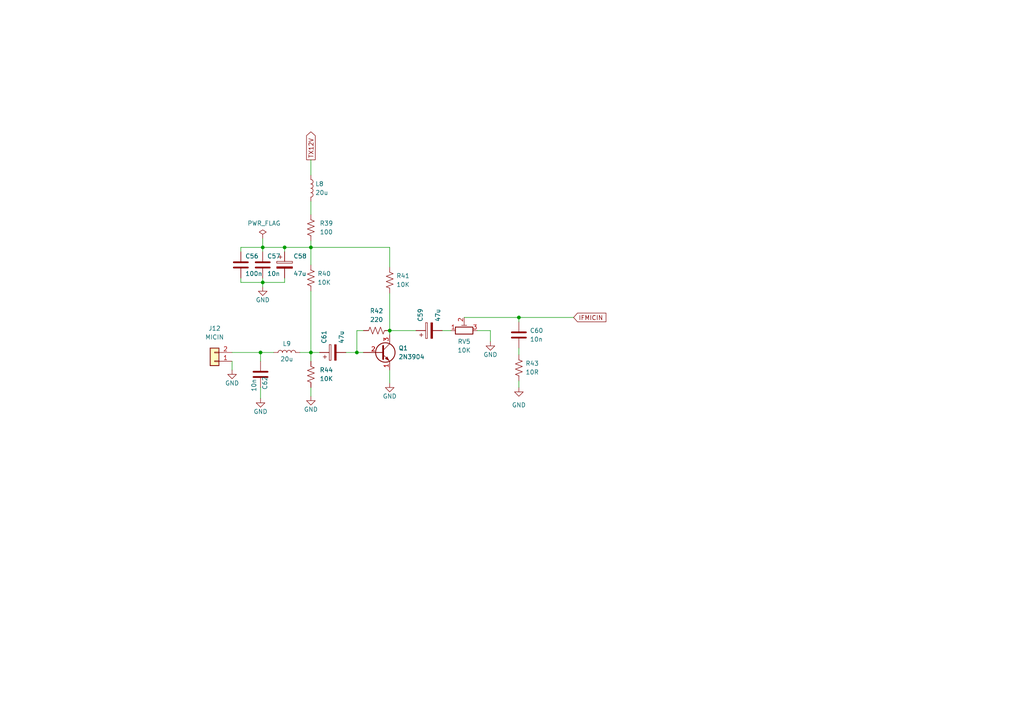
<source format=kicad_sch>
(kicad_sch (version 20211123) (generator eeschema)
  (paper "A4")
  (lib_symbols
    (symbol "Connector_Generic:Conn_01x02" (pin_names (offset 1.016) hide)
      (property "Reference" "J" (at 0 2.54 0))
      (property "Value" "Conn_01x02" (at 0 -5.08 0))
      (symbol "Conn_01x02_1_1"
        (rectangle (start -1.27 -2.413) (end 0 -2.667) (stroke (width 0.1524)))
        (rectangle (start -1.27 0.127) (end 0 -0.127) (stroke (width 0.1524)))
        (rectangle (start -1.27 1.27) (end 1.27 -3.81) (stroke (width 0.254)) (fill (type background)))
        (pin passive line (at -5.08 0 0) (length 3.81) (name "Pin_1") (number "1"))
        (pin passive line (at -5.08 -2.54 0) (length 3.81) (name "Pin_2") (number "2"))
      )
    )
    (symbol "Device:C" (pin_numbers hide) (pin_names (offset 0.254))
      (property "Reference" "C" (at 0.635 2.54 0))
      (property "Value" "C" (at 0.635 -2.54 0))
      (symbol "C_0_1"
        (polyline (pts (xy -2.032 -0.762) (xy 2.032 -0.762)) (stroke (width 0.508)))
        (polyline (pts (xy -2.032 0.762) (xy 2.032 0.762)) (stroke (width 0.508)))
      )
      (symbol "C_1_1"
        (pin passive line (at 0 3.81 270) (length 2.794) (name "~") (number "1"))
        (pin passive line (at 0 -3.81 90) (length 2.794) (name "~") (number "2"))
      )
    )
    (symbol "Device:C_Polarized" (pin_numbers hide) (pin_names (offset 0.254))
      (property "Reference" "C" (at 0.635 2.54 0))
      (property "Value" "C_Polarized" (at 0.635 -2.54 0))
      (symbol "C_Polarized_0_1"
        (rectangle (start -2.286 0.508) (end 2.286 1.016))
        (polyline (pts (xy -1.778 2.286) (xy -0.762 2.286)))
        (polyline (pts (xy -1.27 2.794) (xy -1.27 1.778)))
        (rectangle (start 2.286 -0.508) (end -2.286 -1.016) (fill (type outline)))
      )
      (symbol "C_Polarized_1_1"
        (pin passive line (at 0 3.81 270) (length 2.794) (name "~") (number "1"))
        (pin passive line (at 0 -3.81 90) (length 2.794) (name "~") (number "2"))
      )
    )
    (symbol "Device:L" (pin_numbers hide) (pin_names (offset 1.016) hide)
      (property "Reference" "L" (at -1.27 0 90))
      (property "Value" "L" (at 1.905 0 90))
      (symbol "L_0_1"
        (arc (start 0 -2.54) (mid 0.635 -1.905) (end 0 -1.27))
        (arc (start 0 -1.27) (mid 0.635 -0.635) (end 0 0))
        (arc (start 0 0) (mid 0.635 0.635) (end 0 1.27))
        (arc (start 0 1.27) (mid 0.635 1.905) (end 0 2.54))
      )
      (symbol "L_1_1"
        (pin passive line (at 0 3.81 270) (length 1.27) (name "1") (number "1"))
        (pin passive line (at 0 -3.81 90) (length 1.27) (name "2") (number "2"))
      )
    )
    (symbol "Device:R_Potentiometer_Trim" (pin_names (offset 1.016) hide)
      (property "Reference" "RV" (at -4.445 0 90))
      (property "Value" "R_Potentiometer_Trim" (at -2.54 0 90))
      (symbol "R_Potentiometer_Trim_0_1"
        (polyline (pts (xy 1.524 0.762) (xy 1.524 -0.762)))
        (polyline (pts (xy 2.54 0) (xy 1.524 0)))
        (rectangle (start 1.016 2.54) (end -1.016 -2.54) (stroke (width 0.254)))
      )
      (symbol "R_Potentiometer_Trim_1_1"
        (pin passive line (at 0 3.81 270) (length 1.27) (name "1") (number "1"))
        (pin passive line (at 3.81 0 180) (length 1.27) (name "2") (number "2"))
        (pin passive line (at 0 -3.81 90) (length 1.27) (name "3") (number "3"))
      )
    )
    (symbol "Device:R_US" (pin_numbers hide) (pin_names (offset 0))
      (property "Reference" "R" (at 2.54 0 90))
      (property "Value" "R_US" (at -2.54 0 90))
      (symbol "R_US_0_1"
        (polyline (pts (xy 0 -2.286) (xy 0 -2.54)))
        (polyline (pts (xy 0 2.286) (xy 0 2.54)))
        (polyline (pts (xy 0 -0.762) (xy 1.016 -1.143) (xy 0 -1.524) (xy -1.016 -1.905) (xy 0 -2.286)))
        (polyline (pts (xy 0 0.762) (xy 1.016 0.381) (xy 0 0) (xy -1.016 -0.381) (xy 0 -0.762)))
        (polyline (pts (xy 0 2.286) (xy 1.016 1.905) (xy 0 1.524) (xy -1.016 1.143) (xy 0 0.762)))
      )
      (symbol "R_US_1_1"
        (pin passive line (at 0 3.81 270) (length 1.27) (name "~") (number "1"))
        (pin passive line (at 0 -3.81 90) (length 1.27) (name "~") (number "2"))
      )
    )
    (symbol "Transistor_BJT:2N3904" (pin_names (offset 0) hide)
      (property "Reference" "Q" (at 5.08 1.905 0))
      (property "Value" "2N3904" (at 5.08 0 0))
      (symbol "2N3904_0_1"
        (polyline (pts (xy 0.635 0.635) (xy 2.54 2.54)))
        (polyline (pts (xy 0.635 -0.635) (xy 2.54 -2.54) (xy 2.54 -2.54)))
        (polyline (pts (xy 0.635 1.905) (xy 0.635 -1.905) (xy 0.635 -1.905)) (stroke (width 0.508)))
        (polyline (pts (xy 1.27 -1.778) (xy 1.778 -1.27) (xy 2.286 -2.286) (xy 1.27 -1.778) (xy 1.27 -1.778)) (fill (type outline)))
        (circle (center 1.27 0) (radius 2.8194) (stroke (width 0.254)))
      )
      (symbol "2N3904_1_1"
        (pin passive line (at 2.54 -5.08 90) (length 2.54) (name "E") (number "1"))
        (pin passive line (at -5.08 0 0) (length 5.715) (name "B") (number "2"))
        (pin passive line (at 2.54 5.08 270) (length 2.54) (name "C") (number "3"))
      )
    )
    (symbol "power:GND" (power) (pin_names (offset 0))
      (property "Value" "GND" (at 0 -3.81 0))
      (symbol "GND_0_1"
        (polyline (pts (xy 0 0) (xy 0 -1.27) (xy 1.27 -1.27) (xy 0 -2.54) (xy -1.27 -1.27) (xy 0 -1.27)))
      )
      (symbol "GND_1_1"
        (pin power_in line (at 0 0 270) (length 0) hide (name "GND") (number "1"))
      )
    )
    (symbol "power:PWR_FLAG" (power) (pin_numbers hide) (pin_names (offset 0) hide)
      (property "Value" "PWR_FLAG" (at 0 3.81 0))
      (symbol "PWR_FLAG_0_0"
        (pin power_out line (at 0 0 90) (length 0) (name "pwr") (number "1"))
      )
      (symbol "PWR_FLAG_0_1"
        (polyline (pts (xy 0 0) (xy 0 1.27) (xy -1.016 1.905) (xy 0 2.54) (xy 1.016 1.905) (xy 0 1.27)))
      )
    )
  )
  (junction (at 75.565 102.235))
  (junction (at 113.03 95.885))
  (junction (at 90.17 102.235))
  (junction (at 150.495 92.075))
  (junction (at 82.55 71.755))
  (junction (at 76.2 81.915))
  (junction (at 103.505 102.235))
  (junction (at 90.17 71.755))
  (junction (at 76.2 71.755))
  (wire (pts (xy 90.17 69.85) (xy 90.17 71.755)))
  (wire (pts (xy 134.62 92.075) (xy 150.495 92.075)))
  (wire (pts (xy 76.2 71.755) (xy 76.2 73.025)))
  (wire (pts (xy 113.03 71.755) (xy 113.03 77.47)))
  (wire (pts (xy 67.31 102.235) (xy 75.565 102.235)))
  (wire (pts (xy 90.17 58.42) (xy 90.17 62.23)))
  (wire (pts (xy 69.85 71.755) (xy 69.85 73.025)))
  (wire (pts (xy 90.17 71.755) (xy 82.55 71.755)))
  (wire (pts (xy 150.495 100.965) (xy 150.495 102.87)))
  (wire (pts (xy 113.03 111.125) (xy 113.03 107.315)))
  (wire (pts (xy 76.2 71.755) (xy 82.55 71.755)))
  (wire (pts (xy 150.495 92.075) (xy 150.495 93.345)))
  (wire (pts (xy 142.24 95.885) (xy 142.24 99.06)))
  (wire (pts (xy 103.505 102.235) (xy 100.33 102.235)))
  (wire (pts (xy 82.55 80.645) (xy 82.55 81.915)))
  (wire (pts (xy 138.43 95.885) (xy 142.24 95.885)))
  (wire (pts (xy 90.17 114.935) (xy 90.17 112.395)))
  (wire (pts (xy 75.565 102.235) (xy 79.375 102.235)))
  (wire (pts (xy 105.41 102.235) (xy 103.505 102.235)))
  (wire (pts (xy 69.85 80.645) (xy 69.85 81.915)))
  (wire (pts (xy 76.2 81.915) (xy 76.2 80.645)))
  (wire (pts (xy 113.03 95.885) (xy 113.03 97.155)))
  (wire (pts (xy 76.2 81.915) (xy 82.55 81.915)))
  (wire (pts (xy 67.31 107.315) (xy 67.31 104.775)))
  (wire (pts (xy 75.565 102.235) (xy 75.565 104.775)))
  (wire (pts (xy 113.03 85.09) (xy 113.03 95.885)))
  (wire (pts (xy 90.17 71.755) (xy 90.17 76.835)))
  (wire (pts (xy 90.17 84.455) (xy 90.17 102.235)))
  (wire (pts (xy 76.2 69.215) (xy 76.2 71.755)))
  (wire (pts (xy 90.17 71.755) (xy 113.03 71.755)))
  (wire (pts (xy 113.03 95.885) (xy 120.65 95.885)))
  (wire (pts (xy 90.17 102.235) (xy 90.17 104.775)))
  (wire (pts (xy 82.55 71.755) (xy 82.55 73.025)))
  (wire (pts (xy 103.505 95.885) (xy 103.505 102.235)))
  (wire (pts (xy 86.995 102.235) (xy 90.17 102.235)))
  (wire (pts (xy 92.71 102.235) (xy 90.17 102.235)))
  (wire (pts (xy 69.85 71.755) (xy 76.2 71.755)))
  (wire (pts (xy 130.81 95.885) (xy 128.27 95.885)))
  (wire (pts (xy 150.495 92.075) (xy 166.37 92.075)))
  (wire (pts (xy 75.565 115.57) (xy 75.565 112.395)))
  (wire (pts (xy 69.85 81.915) (xy 76.2 81.915)))
  (wire (pts (xy 76.2 81.915) (xy 76.2 83.185)))
  (wire (pts (xy 105.41 95.885) (xy 103.505 95.885)))
  (wire (pts (xy 150.495 110.49) (xy 150.495 112.395)))
  (wire (pts (xy 90.17 46.355) (xy 90.17 50.8)))
  (global_label "TX12V" (shape output) (at 90.17 46.355 90) (property "Intersheet References" "${INTERSHEET_REFS}" (effects hide)))
  (global_label "IFMICIN" (shape input) (at 166.37 92.075 0) (property "Intersheet References" "${INTERSHEET_REFS}" (effects hide)))
  (symbol (lib_id "Connector_Generic:Conn_01x02") (at 62.23 104.775 180) (unit 1)
    (property "Reference" "J12" (at 62.23 95.25 0))
    (property "Value" "MICIN" (at 62.23 97.79 0))
    (property "Footprint" "Connector_PinHeader_2.54mm:PinHeader_1x02_P2.54mm_Vertical" (effects hide))
  )
  (symbol (lib_id "power:GND") (at 67.31 107.315 0) (unit 1)
    (property "Reference" "#PWR051" (effects hide))
    (property "Value" "GND" (at 67.31 111.125 0))
  )
  (symbol (lib_id "Device:C") (at 75.565 108.585 0) (unit 1)
    (property "Reference" "C62" (at 76.835 111.125 90))
    (property "Value" "10n" (at 73.66 111.76 90))
    (property "Footprint" "Capacitor_SMD:C_1206_3216Metric" (effects hide))
  )
  (symbol (lib_id "Device:R_US") (at 90.17 108.585 0) (unit 1)
    (property "Reference" "R44" (at 92.71 107.3149 0) (effects (justify left)))
    (property "Value" "10K" (at 92.71 109.8549 0) (effects (justify left)))
    (property "Footprint" "Resistor_SMD:R_1206_3216Metric" (effects hide))
  )
  (symbol (lib_id "power:GND") (at 76.2 83.185 0) (unit 1)
    (property "Reference" "#PWR049" (effects hide))
    (property "Value" "GND" (at 76.2 86.995 0))
  )
  (symbol (lib_id "Device:C") (at 150.495 97.155 0) (unit 1)
    (property "Reference" "C60" (at 153.67 95.8849 0) (effects (justify left)))
    (property "Value" "10n" (at 153.67 98.4249 0) (effects (justify left)))
    (property "Footprint" "Capacitor_SMD:C_1206_3216Metric" (effects hide))
  )
  (symbol (lib_id "Device:R_US") (at 109.22 95.885 90) (unit 1)
    (property "Reference" "R42" (at 109.22 90.17 90))
    (property "Value" "220" (at 109.22 92.71 90))
    (property "Footprint" "Resistor_SMD:R_1206_3216Metric" (effects hide))
  )
  (symbol (lib_id "power:GND") (at 90.17 114.935 0) (unit 1)
    (property "Reference" "#PWR054" (effects hide))
    (property "Value" "GND" (at 90.17 118.745 0))
  )
  (symbol (lib_id "Device:R_US") (at 90.17 66.04 0) (unit 1)
    (property "Reference" "R39" (at 92.71 64.7699 0) (effects (justify left)))
    (property "Value" "100" (at 92.71 67.3099 0) (effects (justify left)))
    (property "Footprint" "Resistor_SMD:R_1206_3216Metric" (effects hide))
  )
  (symbol (lib_id "Device:C_Polarized") (at 96.52 102.235 90) (unit 1)
    (property "Reference" "C61" (at 93.98 99.695 0) (effects (justify left)))
    (property "Value" "47u" (at 99.06 99.695 0) (effects (justify left)))
    (property "Footprint" "Capacitor_THT:CP_Radial_D8.0mm_P2.50mm" (effects hide))
  )
  (symbol (lib_id "Device:L") (at 90.17 54.61 0) (unit 1)
    (property "Reference" "L8" (at 91.44 53.3399 0) (effects (justify left)))
    (property "Value" "20u" (at 91.44 55.8799 0) (effects (justify left)))
    (property "Footprint" "Inductor_SMD:L_1206_3216Metric" (effects hide))
  )
  (symbol (lib_id "Device:R_US") (at 150.495 106.68 180) (unit 1)
    (property "Reference" "R43" (at 152.4 105.4099 0) (effects (justify right)))
    (property "Value" "10R" (at 152.4 107.9499 0) (effects (justify right)))
    (property "Footprint" "Resistor_SMD:R_1206_3216Metric" (effects hide))
  )
  (symbol (lib_id "Device:R_US") (at 113.03 81.28 0) (unit 1)
    (property "Reference" "R41" (at 114.935 80.0099 0) (effects (justify left)))
    (property "Value" "10K" (at 114.935 82.5499 0) (effects (justify left)))
    (property "Footprint" "Resistor_SMD:R_1206_3216Metric" (effects hide))
  )
  (symbol (lib_id "power:GND") (at 142.24 99.06 0) (unit 1)
    (property "Reference" "#PWR050" (effects hide))
    (property "Value" "GND" (at 142.24 102.87 0))
  )
  (symbol (lib_id "power:PWR_FLAG") (at 76.2 69.215 0) (unit 1)
    (property "Reference" "#FLG05" (effects hide))
    (property "Value" "PWR_FLAG" (at 71.755 64.77 0) (effects (justify left)))
  )
  (symbol (lib_id "Device:C_Polarized") (at 82.55 76.835 0) (unit 1)
    (property "Reference" "C58" (at 85.09 74.295 0) (effects (justify left)))
    (property "Value" "47u" (at 85.09 79.375 0) (effects (justify left)))
    (property "Footprint" "Capacitor_THT:CP_Radial_D8.0mm_P2.50mm" (effects hide))
  )
  (symbol (lib_id "Transistor_BJT:2N3904") (at 110.49 102.235 0) (unit 1)
    (property "Reference" "Q1" (at 115.57 100.9649 0) (effects (justify left)))
    (property "Value" "2N3904" (at 115.57 103.5049 0) (effects (justify left)))
    (property "Footprint" "Package_TO_SOT_THT:TO-92_Inline" (effects hide))
    (property "Datasheet" "https://www.onsemi.com/pub/Collateral/2N3903-D.PDF" (effects hide))
  )
  (symbol (lib_id "power:GND") (at 150.495 112.395 0) (unit 1)
    (property "Reference" "#PWR053" (effects hide))
    (property "Value" "GND" (at 150.495 117.475 0))
  )
  (symbol (lib_id "power:GND") (at 113.03 111.125 0) (unit 1)
    (property "Reference" "#PWR052" (effects hide))
    (property "Value" "GND" (at 113.03 114.935 0))
  )
  (symbol (lib_id "Device:R_US") (at 90.17 80.645 0) (unit 1)
    (property "Reference" "R40" (at 92.075 79.3749 0) (effects (justify left)))
    (property "Value" "10K" (at 92.075 81.9149 0) (effects (justify left)))
    (property "Footprint" "Resistor_SMD:R_1206_3216Metric" (effects hide))
  )
  (symbol (lib_id "Device:C") (at 69.85 76.835 0) (unit 1)
    (property "Reference" "C56" (at 71.12 74.295 0) (effects (justify left)))
    (property "Value" "100n" (at 71.12 79.375 0) (effects (justify left)))
    (property "Footprint" "Capacitor_SMD:C_1206_3216Metric" (effects hide))
  )
  (symbol (lib_id "power:GND") (at 75.565 115.57 0) (unit 1)
    (property "Reference" "#PWR055" (effects hide))
    (property "Value" "GND" (at 75.565 119.38 0))
  )
  (symbol (lib_id "Device:C") (at 76.2 76.835 0) (unit 1)
    (property "Reference" "C57" (at 77.47 74.295 0) (effects (justify left)))
    (property "Value" "10n" (at 77.47 79.375 0) (effects (justify left)))
    (property "Footprint" "Capacitor_SMD:C_1206_3216Metric" (effects hide))
  )
  (symbol (lib_id "Device:R_Potentiometer_Trim") (at 134.62 95.885 90) (unit 1)
    (property "Reference" "RV5" (at 134.62 99.06 90))
    (property "Value" "10K" (at 134.62 101.6 90))
    (property "Footprint" "Potentiometer_THT:Potentiometer_Bourns_3296W_Vertical" (effects hide))
  )
  (symbol (lib_id "Device:L") (at 83.185 102.235 90) (unit 1)
    (property "Reference" "L9" (at 83.185 99.695 90))
    (property "Value" "20u" (at 83.185 104.14 90))
    (property "Footprint" "Inductor_SMD:L_1206_3216Metric" (effects hide))
  )
  (symbol (lib_id "Device:C_Polarized") (at 124.46 95.885 90) (unit 1)
    (property "Reference" "C59" (at 121.92 93.345 0) (effects (justify left)))
    (property "Value" "47u" (at 127 93.345 0) (effects (justify left)))
    (property "Footprint" "Capacitor_THT:CP_Radial_D8.0mm_P2.50mm" (effects hide))
  )
)
</source>
